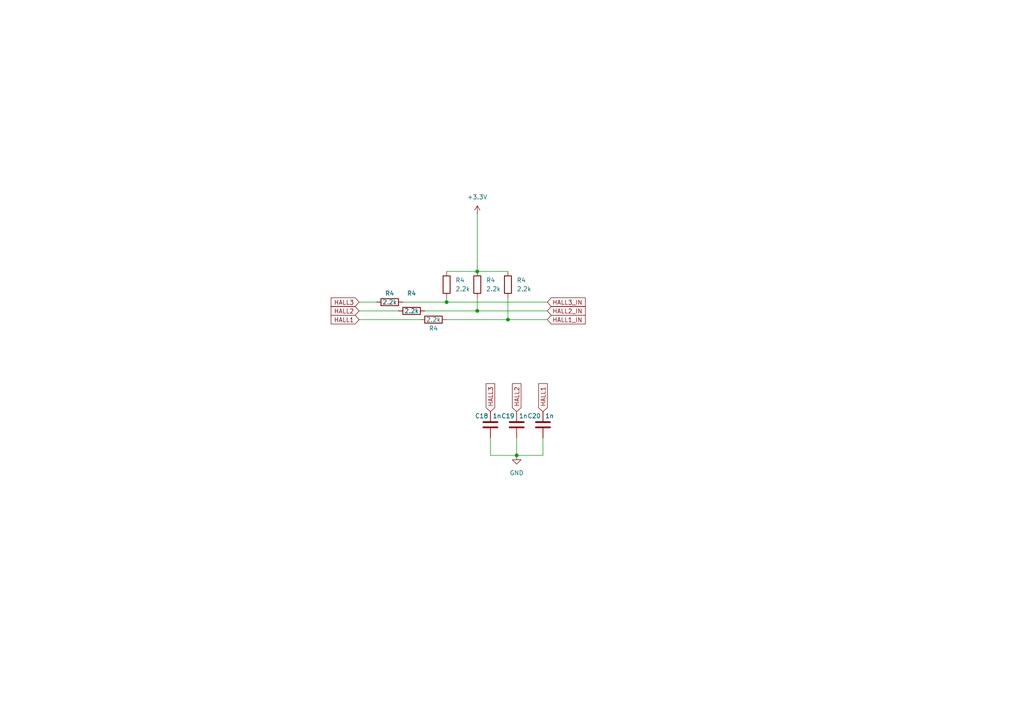
<source format=kicad_sch>
(kicad_sch (version 20230121) (generator eeschema)
  (paper "A4")
  (lib_symbols
    (symbol "Device:C" (pin_numbers hide) (pin_names (offset 0.254))
      (property "Reference" "C" (at 0.635 2.54 0))
      (property "Value" "C" (at 0.635 -2.54 0))
      (symbol "C_0_1"
        (polyline (pts (xy -2.032 -0.762) (xy 2.032 -0.762)) (stroke (width 0.508)))
        (polyline (pts (xy -2.032 0.762) (xy 2.032 0.762)) (stroke (width 0.508)))
      )
      (symbol "C_1_1"
        (pin passive line (at 0 3.81 270) (length 2.794) (name "~") (number "1"))
        (pin passive line (at 0 -3.81 90) (length 2.794) (name "~") (number "2"))
      )
    )
    (symbol "Device:R" (pin_numbers hide) (pin_names (offset 0))
      (property "Reference" "R" (at 2.032 0 90))
      (property "Value" "R" (at 0 0 90))
      (symbol "R_0_1"
        (rectangle (start -1.016 -2.54) (end 1.016 2.54) (stroke (width 0.254)))
      )
      (symbol "R_1_1"
        (pin passive line (at 0 3.81 270) (length 1.27) (name "~") (number "1"))
        (pin passive line (at 0 -3.81 90) (length 1.27) (name "~") (number "2"))
      )
    )
    (symbol "power:+3.3V" (power) (pin_names (offset 0))
      (property "Value" "+3.3V" (at 0 3.556 0))
      (symbol "+3.3V_0_1"
        (polyline (pts (xy -0.762 1.27) (xy 0 2.54)))
        (polyline (pts (xy 0 0) (xy 0 2.54)))
        (polyline (pts (xy 0 2.54) (xy 0.762 1.27)))
      )
      (symbol "+3.3V_1_1"
        (pin power_in line (at 0 0 90) (length 0) hide (name "+3.3V") (number "1"))
      )
    )
    (symbol "power:GND" (power) (pin_names (offset 0))
      (property "Value" "GND" (at 0 -3.81 0))
      (symbol "GND_0_1"
        (polyline (pts (xy 0 0) (xy 0 -1.27) (xy 1.27 -1.27) (xy 0 -2.54) (xy -1.27 -1.27) (xy 0 -1.27)))
      )
      (symbol "GND_1_1"
        (pin power_in line (at 0 0 270) (length 0) hide (name "GND") (number "1"))
      )
    )
  )
  (junction (at 129.54 87.63))
  (junction (at 138.43 90.17))
  (junction (at 147.32 92.71))
  (junction (at 138.43 78.74))
  (junction (at 149.86 132.08))
  (wire (pts (xy 123.19 90.17) (xy 138.43 90.17)))
  (wire (pts (xy 142.24 127) (xy 142.24 132.08)))
  (wire (pts (xy 104.14 92.71) (xy 121.92 92.71)))
  (wire (pts (xy 149.86 127) (xy 149.86 132.08)))
  (wire (pts (xy 116.84 87.63) (xy 129.54 87.63)))
  (wire (pts (xy 147.32 92.71) (xy 158.75 92.71)))
  (wire (pts (xy 129.54 86.36) (xy 129.54 87.63)))
  (wire (pts (xy 129.54 92.71) (xy 147.32 92.71)))
  (wire (pts (xy 129.54 87.63) (xy 158.75 87.63)))
  (wire (pts (xy 138.43 90.17) (xy 158.75 90.17)))
  (wire (pts (xy 129.54 78.74) (xy 138.43 78.74)))
  (wire (pts (xy 147.32 86.36) (xy 147.32 92.71)))
  (wire (pts (xy 142.24 132.08) (xy 149.86 132.08)))
  (wire (pts (xy 104.14 87.63) (xy 109.22 87.63)))
  (wire (pts (xy 138.43 78.74) (xy 147.32 78.74)))
  (wire (pts (xy 138.43 86.36) (xy 138.43 90.17)))
  (wire (pts (xy 138.43 62.23) (xy 138.43 78.74)))
  (wire (pts (xy 149.86 132.08) (xy 157.48 132.08)))
  (wire (pts (xy 157.48 127) (xy 157.48 132.08)))
  (wire (pts (xy 104.14 90.17) (xy 115.57 90.17)))
  (global_label "HALL2_IN" (shape input) (at 158.75 90.17 0) (property "Intersheetrefs" "${INTERSHEET_REFS}" (effects hide)))
  (global_label "HALL1" (shape input) (at 104.14 92.71 180) (property "Intersheetrefs" "${INTERSHEET_REFS}" (effects hide)))
  (global_label "HALL2" (shape input) (at 104.14 90.17 180) (property "Intersheetrefs" "${INTERSHEET_REFS}" (effects hide)))
  (global_label "HALL3" (shape input) (at 104.14 87.63 180) (property "Intersheetrefs" "${INTERSHEET_REFS}" (effects hide)))
  (global_label "HALL3_IN" (shape input) (at 158.75 87.63 0) (property "Intersheetrefs" "${INTERSHEET_REFS}" (effects hide)))
  (global_label "HALL1_IN" (shape input) (at 158.75 92.71 0) (property "Intersheetrefs" "${INTERSHEET_REFS}" (effects hide)))
  (global_label "HALL1" (shape input) (at 157.48 119.38 90) (property "Intersheetrefs" "${INTERSHEET_REFS}" (effects hide)))
  (global_label "HALL2" (shape input) (at 149.86 119.38 90) (property "Intersheetrefs" "${INTERSHEET_REFS}" (effects hide)))
  (global_label "HALL3" (shape input) (at 142.24 119.38 90) (property "Intersheetrefs" "${INTERSHEET_REFS}" (effects hide)))
  (symbol (lib_id "Device:R") (at 119.38 90.17 90) (unit 1)
    (property "Reference" "R4" (at 119.38 85.09 90))
    (property "Value" "2.2k" (at 119.38 90.17 90))
    (property "Footprint" "Resistor_SMD:R_0805_2012Metric" (effects hide))
    (instances (project "Barebone" (path "" (reference "R4") (unit 1)) (path "" (reference "R8") (unit 1))))
  )
  (symbol (lib_id "Device:R") (at 125.73 92.71 90) (unit 1)
    (property "Reference" "R4" (at 125.73 95.25 90))
    (property "Value" "2.2k" (at 125.73 92.71 90))
    (property "Footprint" "Resistor_SMD:R_0805_2012Metric" (effects hide))
    (instances (project "Barebone" (path "" (reference "R4") (unit 1)) (path "" (reference "R9") (unit 1))))
  )
  (symbol (lib_id "Device:R") (at 113.03 87.63 90) (unit 1)
    (property "Reference" "R4" (at 113.03 85.09 90))
    (property "Value" "2.2k" (at 113.03 87.63 90))
    (property "Footprint" "Resistor_SMD:R_0805_2012Metric" (effects hide))
    (property "MPN" "C17520" (effects hide))
    (instances (project "Barebone" (path "" (reference "R4") (unit 1)) (path "" (reference "R7") (unit 1))))
  )
  (symbol (lib_id "Device:C") (at 149.86 123.19 0) (unit 1)
    (property "Reference" "C19" (at 147.32 120.65 0))
    (property "Value" "1n" (at 151.765 120.65 0))
    (property "Footprint" "Capacitor_SMD:C_0805_2012Metric" (effects hide))
    (property "MPN" "C94121" (effects hide))
  )
  (symbol (lib_id "power:GND") (at 149.86 132.08 0) (unit 1)
    (property "Reference" "#PWR026" (effects hide))
    (property "Value" "GND" (at 149.86 137.16 0))
  )
  (symbol (lib_id "Device:R") (at 147.32 82.55 0) (unit 1)
    (property "Reference" "R4" (at 149.86 81.28 0) (effects (justify left)))
    (property "Value" "2.2k" (at 149.86 83.82 0) (effects (justify left)))
    (property "Footprint" "Resistor_SMD:R_0805_2012Metric" (effects hide))
    (instances (project "Barebone" (path "" (reference "R4") (unit 1)) (path "" (reference "R12") (unit 1))))
  )
  (symbol (lib_id "Device:C") (at 157.48 123.19 0) (unit 1)
    (property "Reference" "C20" (at 154.94 120.65 0))
    (property "Value" "1n" (at 159.385 120.65 0))
    (property "Footprint" "Capacitor_SMD:C_0805_2012Metric" (effects hide))
    (property "MPN" "C94121" (effects hide))
  )
  (symbol (lib_id "Device:C") (at 142.24 123.19 0) (unit 1)
    (property "Reference" "C18" (at 139.7 120.65 0))
    (property "Value" "1n" (at 144.145 120.65 0))
    (property "Footprint" "Capacitor_SMD:C_0805_2012Metric" (effects hide))
    (property "MPN" "C94121" (effects hide))
  )
  (symbol (lib_id "power:+3.3V") (at 138.43 62.23 0) (unit 1)
    (property "Reference" "#PWR030" (effects hide))
    (property "Value" "+3.3V" (at 138.43 57.15 0))
  )
  (symbol (lib_id "Device:R") (at 129.54 82.55 0) (unit 1)
    (property "Reference" "R4" (at 132.08 81.28 0) (effects (justify left)))
    (property "Value" "2.2k" (at 132.08 83.82 0) (effects (justify left)))
    (property "Footprint" "Resistor_SMD:R_0805_2012Metric" (effects hide))
    (property "MPN" "C17520" (effects hide))
    (instances (project "Barebone" (path "" (reference "R4") (unit 1)) (path "" (reference "R10") (unit 1))))
  )
  (symbol (lib_id "Device:R") (at 138.43 82.55 0) (unit 1)
    (property "Reference" "R4" (at 140.97 81.28 0) (effects (justify left)))
    (property "Value" "2.2k" (at 140.97 83.82 0) (effects (justify left)))
    (property "Footprint" "Resistor_SMD:R_0805_2012Metric" (effects hide))
    (instances (project "Barebone" (path "" (reference "R4") (unit 1)) (path "" (reference "R11") (unit 1))))
  )
)
</source>
